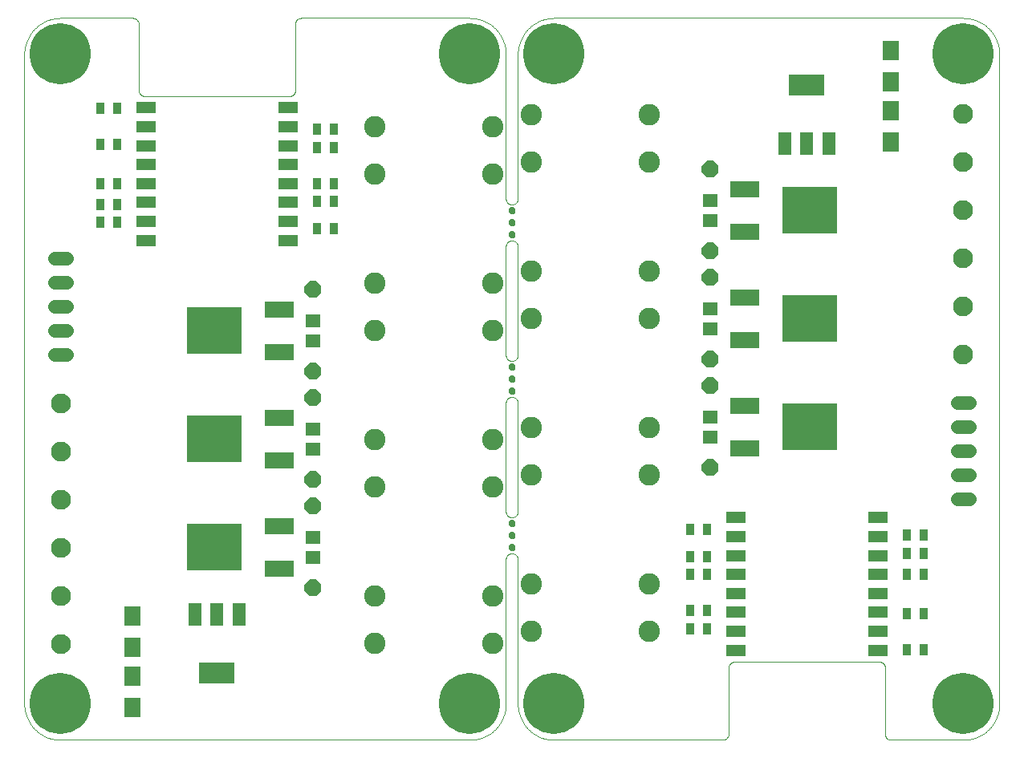
<source format=gts>
G75*
%MOIN*%
%OFA0B0*%
%FSLAX25Y25*%
%IPPOS*%
%LPD*%
%AMOC8*
5,1,8,0,0,1.08239X$1,22.5*
%
%ADD10C,0.00000*%
%ADD11C,0.02762*%
%ADD12R,0.06699X0.07880*%
%ADD13R,0.05200X0.09200*%
%ADD14R,0.14573X0.09061*%
%ADD15C,0.08274*%
%ADD16R,0.12211X0.06699*%
%ADD17R,0.22900X0.19400*%
%ADD18R,0.03550X0.05124*%
%ADD19OC8,0.07000*%
%ADD20R,0.06299X0.05512*%
%ADD21C,0.08900*%
%ADD22C,0.25400*%
%ADD23C,0.05600*%
%ADD24R,0.08274X0.05124*%
D10*
X0021300Y0021600D02*
X0021300Y0291600D01*
X0021304Y0291962D01*
X0021318Y0292325D01*
X0021339Y0292687D01*
X0021370Y0293048D01*
X0021409Y0293408D01*
X0021457Y0293767D01*
X0021514Y0294125D01*
X0021579Y0294482D01*
X0021653Y0294837D01*
X0021736Y0295190D01*
X0021827Y0295541D01*
X0021926Y0295889D01*
X0022034Y0296235D01*
X0022150Y0296579D01*
X0022275Y0296919D01*
X0022407Y0297256D01*
X0022548Y0297590D01*
X0022697Y0297921D01*
X0022854Y0298248D01*
X0023018Y0298571D01*
X0023190Y0298890D01*
X0023370Y0299204D01*
X0023558Y0299515D01*
X0023753Y0299820D01*
X0023955Y0300121D01*
X0024165Y0300417D01*
X0024381Y0300707D01*
X0024605Y0300993D01*
X0024835Y0301273D01*
X0025072Y0301547D01*
X0025316Y0301815D01*
X0025566Y0302078D01*
X0025822Y0302334D01*
X0026085Y0302584D01*
X0026353Y0302828D01*
X0026627Y0303065D01*
X0026907Y0303295D01*
X0027193Y0303519D01*
X0027483Y0303735D01*
X0027779Y0303945D01*
X0028080Y0304147D01*
X0028385Y0304342D01*
X0028696Y0304530D01*
X0029010Y0304710D01*
X0029329Y0304882D01*
X0029652Y0305046D01*
X0029979Y0305203D01*
X0030310Y0305352D01*
X0030644Y0305493D01*
X0030981Y0305625D01*
X0031321Y0305750D01*
X0031665Y0305866D01*
X0032011Y0305974D01*
X0032359Y0306073D01*
X0032710Y0306164D01*
X0033063Y0306247D01*
X0033418Y0306321D01*
X0033775Y0306386D01*
X0034133Y0306443D01*
X0034492Y0306491D01*
X0034852Y0306530D01*
X0035213Y0306561D01*
X0035575Y0306582D01*
X0035938Y0306596D01*
X0036300Y0306600D01*
X0066300Y0306600D01*
X0066398Y0306598D01*
X0066496Y0306592D01*
X0066594Y0306583D01*
X0066691Y0306569D01*
X0066788Y0306552D01*
X0066884Y0306531D01*
X0066979Y0306506D01*
X0067073Y0306478D01*
X0067165Y0306445D01*
X0067257Y0306410D01*
X0067347Y0306370D01*
X0067435Y0306328D01*
X0067522Y0306281D01*
X0067606Y0306232D01*
X0067689Y0306179D01*
X0067769Y0306123D01*
X0067848Y0306063D01*
X0067924Y0306001D01*
X0067997Y0305936D01*
X0068068Y0305868D01*
X0068136Y0305797D01*
X0068201Y0305724D01*
X0068263Y0305648D01*
X0068323Y0305569D01*
X0068379Y0305489D01*
X0068432Y0305406D01*
X0068481Y0305322D01*
X0068528Y0305235D01*
X0068570Y0305147D01*
X0068610Y0305057D01*
X0068645Y0304965D01*
X0068678Y0304873D01*
X0068706Y0304779D01*
X0068731Y0304684D01*
X0068752Y0304588D01*
X0068769Y0304491D01*
X0068783Y0304394D01*
X0068792Y0304296D01*
X0068798Y0304198D01*
X0068800Y0304100D01*
X0068800Y0276600D01*
X0068802Y0276502D01*
X0068808Y0276404D01*
X0068817Y0276306D01*
X0068831Y0276209D01*
X0068848Y0276112D01*
X0068869Y0276016D01*
X0068894Y0275921D01*
X0068922Y0275827D01*
X0068955Y0275735D01*
X0068990Y0275643D01*
X0069030Y0275553D01*
X0069072Y0275465D01*
X0069119Y0275378D01*
X0069168Y0275294D01*
X0069221Y0275211D01*
X0069277Y0275131D01*
X0069337Y0275052D01*
X0069399Y0274976D01*
X0069464Y0274903D01*
X0069532Y0274832D01*
X0069603Y0274764D01*
X0069676Y0274699D01*
X0069752Y0274637D01*
X0069831Y0274577D01*
X0069911Y0274521D01*
X0069994Y0274468D01*
X0070078Y0274419D01*
X0070165Y0274372D01*
X0070253Y0274330D01*
X0070343Y0274290D01*
X0070435Y0274255D01*
X0070527Y0274222D01*
X0070621Y0274194D01*
X0070716Y0274169D01*
X0070812Y0274148D01*
X0070909Y0274131D01*
X0071006Y0274117D01*
X0071104Y0274108D01*
X0071202Y0274102D01*
X0071300Y0274100D01*
X0131300Y0274100D01*
X0131398Y0274102D01*
X0131496Y0274108D01*
X0131594Y0274117D01*
X0131691Y0274131D01*
X0131788Y0274148D01*
X0131884Y0274169D01*
X0131979Y0274194D01*
X0132073Y0274222D01*
X0132165Y0274255D01*
X0132257Y0274290D01*
X0132347Y0274330D01*
X0132435Y0274372D01*
X0132522Y0274419D01*
X0132606Y0274468D01*
X0132689Y0274521D01*
X0132769Y0274577D01*
X0132848Y0274637D01*
X0132924Y0274699D01*
X0132997Y0274764D01*
X0133068Y0274832D01*
X0133136Y0274903D01*
X0133201Y0274976D01*
X0133263Y0275052D01*
X0133323Y0275131D01*
X0133379Y0275211D01*
X0133432Y0275294D01*
X0133481Y0275378D01*
X0133528Y0275465D01*
X0133570Y0275553D01*
X0133610Y0275643D01*
X0133645Y0275735D01*
X0133678Y0275827D01*
X0133706Y0275921D01*
X0133731Y0276016D01*
X0133752Y0276112D01*
X0133769Y0276209D01*
X0133783Y0276306D01*
X0133792Y0276404D01*
X0133798Y0276502D01*
X0133800Y0276600D01*
X0133800Y0304100D01*
X0133802Y0304198D01*
X0133808Y0304296D01*
X0133817Y0304394D01*
X0133831Y0304491D01*
X0133848Y0304588D01*
X0133869Y0304684D01*
X0133894Y0304779D01*
X0133922Y0304873D01*
X0133955Y0304965D01*
X0133990Y0305057D01*
X0134030Y0305147D01*
X0134072Y0305235D01*
X0134119Y0305322D01*
X0134168Y0305406D01*
X0134221Y0305489D01*
X0134277Y0305569D01*
X0134337Y0305648D01*
X0134399Y0305724D01*
X0134464Y0305797D01*
X0134532Y0305868D01*
X0134603Y0305936D01*
X0134676Y0306001D01*
X0134752Y0306063D01*
X0134831Y0306123D01*
X0134911Y0306179D01*
X0134994Y0306232D01*
X0135078Y0306281D01*
X0135165Y0306328D01*
X0135253Y0306370D01*
X0135343Y0306410D01*
X0135435Y0306445D01*
X0135527Y0306478D01*
X0135621Y0306506D01*
X0135716Y0306531D01*
X0135812Y0306552D01*
X0135909Y0306569D01*
X0136006Y0306583D01*
X0136104Y0306592D01*
X0136202Y0306598D01*
X0136300Y0306600D01*
X0206300Y0306600D01*
X0206662Y0306596D01*
X0207025Y0306582D01*
X0207387Y0306561D01*
X0207748Y0306530D01*
X0208108Y0306491D01*
X0208467Y0306443D01*
X0208825Y0306386D01*
X0209182Y0306321D01*
X0209537Y0306247D01*
X0209890Y0306164D01*
X0210241Y0306073D01*
X0210589Y0305974D01*
X0210935Y0305866D01*
X0211279Y0305750D01*
X0211619Y0305625D01*
X0211956Y0305493D01*
X0212290Y0305352D01*
X0212621Y0305203D01*
X0212948Y0305046D01*
X0213271Y0304882D01*
X0213590Y0304710D01*
X0213904Y0304530D01*
X0214215Y0304342D01*
X0214520Y0304147D01*
X0214821Y0303945D01*
X0215117Y0303735D01*
X0215407Y0303519D01*
X0215693Y0303295D01*
X0215973Y0303065D01*
X0216247Y0302828D01*
X0216515Y0302584D01*
X0216778Y0302334D01*
X0217034Y0302078D01*
X0217284Y0301815D01*
X0217528Y0301547D01*
X0217765Y0301273D01*
X0217995Y0300993D01*
X0218219Y0300707D01*
X0218435Y0300417D01*
X0218645Y0300121D01*
X0218847Y0299820D01*
X0219042Y0299515D01*
X0219230Y0299204D01*
X0219410Y0298890D01*
X0219582Y0298571D01*
X0219746Y0298248D01*
X0219903Y0297921D01*
X0220052Y0297590D01*
X0220193Y0297256D01*
X0220325Y0296919D01*
X0220450Y0296579D01*
X0220566Y0296235D01*
X0220674Y0295889D01*
X0220773Y0295541D01*
X0220864Y0295190D01*
X0220947Y0294837D01*
X0221021Y0294482D01*
X0221086Y0294125D01*
X0221143Y0293767D01*
X0221191Y0293408D01*
X0221230Y0293048D01*
X0221261Y0292687D01*
X0221282Y0292325D01*
X0221296Y0291962D01*
X0221300Y0291600D01*
X0221300Y0231600D01*
X0221302Y0231502D01*
X0221308Y0231404D01*
X0221317Y0231306D01*
X0221331Y0231209D01*
X0221348Y0231112D01*
X0221369Y0231016D01*
X0221394Y0230921D01*
X0221422Y0230827D01*
X0221455Y0230735D01*
X0221490Y0230643D01*
X0221530Y0230553D01*
X0221572Y0230465D01*
X0221619Y0230378D01*
X0221668Y0230294D01*
X0221721Y0230211D01*
X0221777Y0230131D01*
X0221837Y0230052D01*
X0221899Y0229976D01*
X0221964Y0229903D01*
X0222032Y0229832D01*
X0222103Y0229764D01*
X0222176Y0229699D01*
X0222252Y0229637D01*
X0222331Y0229577D01*
X0222411Y0229521D01*
X0222494Y0229468D01*
X0222578Y0229419D01*
X0222665Y0229372D01*
X0222753Y0229330D01*
X0222843Y0229290D01*
X0222935Y0229255D01*
X0223027Y0229222D01*
X0223121Y0229194D01*
X0223216Y0229169D01*
X0223312Y0229148D01*
X0223409Y0229131D01*
X0223506Y0229117D01*
X0223604Y0229108D01*
X0223702Y0229102D01*
X0223800Y0229100D01*
X0223898Y0229102D01*
X0223996Y0229108D01*
X0224094Y0229117D01*
X0224191Y0229131D01*
X0224288Y0229148D01*
X0224384Y0229169D01*
X0224479Y0229194D01*
X0224573Y0229222D01*
X0224665Y0229255D01*
X0224757Y0229290D01*
X0224847Y0229330D01*
X0224935Y0229372D01*
X0225022Y0229419D01*
X0225106Y0229468D01*
X0225189Y0229521D01*
X0225269Y0229577D01*
X0225348Y0229637D01*
X0225424Y0229699D01*
X0225497Y0229764D01*
X0225568Y0229832D01*
X0225636Y0229903D01*
X0225701Y0229976D01*
X0225763Y0230052D01*
X0225823Y0230131D01*
X0225879Y0230211D01*
X0225932Y0230294D01*
X0225981Y0230378D01*
X0226028Y0230465D01*
X0226070Y0230553D01*
X0226110Y0230643D01*
X0226145Y0230735D01*
X0226178Y0230827D01*
X0226206Y0230921D01*
X0226231Y0231016D01*
X0226252Y0231112D01*
X0226269Y0231209D01*
X0226283Y0231306D01*
X0226292Y0231404D01*
X0226298Y0231502D01*
X0226300Y0231600D01*
X0226300Y0291600D01*
X0226304Y0291962D01*
X0226318Y0292325D01*
X0226339Y0292687D01*
X0226370Y0293048D01*
X0226409Y0293408D01*
X0226457Y0293767D01*
X0226514Y0294125D01*
X0226579Y0294482D01*
X0226653Y0294837D01*
X0226736Y0295190D01*
X0226827Y0295541D01*
X0226926Y0295889D01*
X0227034Y0296235D01*
X0227150Y0296579D01*
X0227275Y0296919D01*
X0227407Y0297256D01*
X0227548Y0297590D01*
X0227697Y0297921D01*
X0227854Y0298248D01*
X0228018Y0298571D01*
X0228190Y0298890D01*
X0228370Y0299204D01*
X0228558Y0299515D01*
X0228753Y0299820D01*
X0228955Y0300121D01*
X0229165Y0300417D01*
X0229381Y0300707D01*
X0229605Y0300993D01*
X0229835Y0301273D01*
X0230072Y0301547D01*
X0230316Y0301815D01*
X0230566Y0302078D01*
X0230822Y0302334D01*
X0231085Y0302584D01*
X0231353Y0302828D01*
X0231627Y0303065D01*
X0231907Y0303295D01*
X0232193Y0303519D01*
X0232483Y0303735D01*
X0232779Y0303945D01*
X0233080Y0304147D01*
X0233385Y0304342D01*
X0233696Y0304530D01*
X0234010Y0304710D01*
X0234329Y0304882D01*
X0234652Y0305046D01*
X0234979Y0305203D01*
X0235310Y0305352D01*
X0235644Y0305493D01*
X0235981Y0305625D01*
X0236321Y0305750D01*
X0236665Y0305866D01*
X0237011Y0305974D01*
X0237359Y0306073D01*
X0237710Y0306164D01*
X0238063Y0306247D01*
X0238418Y0306321D01*
X0238775Y0306386D01*
X0239133Y0306443D01*
X0239492Y0306491D01*
X0239852Y0306530D01*
X0240213Y0306561D01*
X0240575Y0306582D01*
X0240938Y0306596D01*
X0241300Y0306600D01*
X0411300Y0306600D01*
X0411662Y0306596D01*
X0412025Y0306582D01*
X0412387Y0306561D01*
X0412748Y0306530D01*
X0413108Y0306491D01*
X0413467Y0306443D01*
X0413825Y0306386D01*
X0414182Y0306321D01*
X0414537Y0306247D01*
X0414890Y0306164D01*
X0415241Y0306073D01*
X0415589Y0305974D01*
X0415935Y0305866D01*
X0416279Y0305750D01*
X0416619Y0305625D01*
X0416956Y0305493D01*
X0417290Y0305352D01*
X0417621Y0305203D01*
X0417948Y0305046D01*
X0418271Y0304882D01*
X0418590Y0304710D01*
X0418904Y0304530D01*
X0419215Y0304342D01*
X0419520Y0304147D01*
X0419821Y0303945D01*
X0420117Y0303735D01*
X0420407Y0303519D01*
X0420693Y0303295D01*
X0420973Y0303065D01*
X0421247Y0302828D01*
X0421515Y0302584D01*
X0421778Y0302334D01*
X0422034Y0302078D01*
X0422284Y0301815D01*
X0422528Y0301547D01*
X0422765Y0301273D01*
X0422995Y0300993D01*
X0423219Y0300707D01*
X0423435Y0300417D01*
X0423645Y0300121D01*
X0423847Y0299820D01*
X0424042Y0299515D01*
X0424230Y0299204D01*
X0424410Y0298890D01*
X0424582Y0298571D01*
X0424746Y0298248D01*
X0424903Y0297921D01*
X0425052Y0297590D01*
X0425193Y0297256D01*
X0425325Y0296919D01*
X0425450Y0296579D01*
X0425566Y0296235D01*
X0425674Y0295889D01*
X0425773Y0295541D01*
X0425864Y0295190D01*
X0425947Y0294837D01*
X0426021Y0294482D01*
X0426086Y0294125D01*
X0426143Y0293767D01*
X0426191Y0293408D01*
X0426230Y0293048D01*
X0426261Y0292687D01*
X0426282Y0292325D01*
X0426296Y0291962D01*
X0426300Y0291600D01*
X0426300Y0021600D01*
X0426296Y0021238D01*
X0426282Y0020875D01*
X0426261Y0020513D01*
X0426230Y0020152D01*
X0426191Y0019792D01*
X0426143Y0019433D01*
X0426086Y0019075D01*
X0426021Y0018718D01*
X0425947Y0018363D01*
X0425864Y0018010D01*
X0425773Y0017659D01*
X0425674Y0017311D01*
X0425566Y0016965D01*
X0425450Y0016621D01*
X0425325Y0016281D01*
X0425193Y0015944D01*
X0425052Y0015610D01*
X0424903Y0015279D01*
X0424746Y0014952D01*
X0424582Y0014629D01*
X0424410Y0014310D01*
X0424230Y0013996D01*
X0424042Y0013685D01*
X0423847Y0013380D01*
X0423645Y0013079D01*
X0423435Y0012783D01*
X0423219Y0012493D01*
X0422995Y0012207D01*
X0422765Y0011927D01*
X0422528Y0011653D01*
X0422284Y0011385D01*
X0422034Y0011122D01*
X0421778Y0010866D01*
X0421515Y0010616D01*
X0421247Y0010372D01*
X0420973Y0010135D01*
X0420693Y0009905D01*
X0420407Y0009681D01*
X0420117Y0009465D01*
X0419821Y0009255D01*
X0419520Y0009053D01*
X0419215Y0008858D01*
X0418904Y0008670D01*
X0418590Y0008490D01*
X0418271Y0008318D01*
X0417948Y0008154D01*
X0417621Y0007997D01*
X0417290Y0007848D01*
X0416956Y0007707D01*
X0416619Y0007575D01*
X0416279Y0007450D01*
X0415935Y0007334D01*
X0415589Y0007226D01*
X0415241Y0007127D01*
X0414890Y0007036D01*
X0414537Y0006953D01*
X0414182Y0006879D01*
X0413825Y0006814D01*
X0413467Y0006757D01*
X0413108Y0006709D01*
X0412748Y0006670D01*
X0412387Y0006639D01*
X0412025Y0006618D01*
X0411662Y0006604D01*
X0411300Y0006600D01*
X0381300Y0006600D01*
X0381202Y0006602D01*
X0381104Y0006608D01*
X0381006Y0006617D01*
X0380909Y0006631D01*
X0380812Y0006648D01*
X0380716Y0006669D01*
X0380621Y0006694D01*
X0380527Y0006722D01*
X0380435Y0006755D01*
X0380343Y0006790D01*
X0380253Y0006830D01*
X0380165Y0006872D01*
X0380078Y0006919D01*
X0379994Y0006968D01*
X0379911Y0007021D01*
X0379831Y0007077D01*
X0379752Y0007137D01*
X0379676Y0007199D01*
X0379603Y0007264D01*
X0379532Y0007332D01*
X0379464Y0007403D01*
X0379399Y0007476D01*
X0379337Y0007552D01*
X0379277Y0007631D01*
X0379221Y0007711D01*
X0379168Y0007794D01*
X0379119Y0007878D01*
X0379072Y0007965D01*
X0379030Y0008053D01*
X0378990Y0008143D01*
X0378955Y0008235D01*
X0378922Y0008327D01*
X0378894Y0008421D01*
X0378869Y0008516D01*
X0378848Y0008612D01*
X0378831Y0008709D01*
X0378817Y0008806D01*
X0378808Y0008904D01*
X0378802Y0009002D01*
X0378800Y0009100D01*
X0378800Y0036600D01*
X0378798Y0036698D01*
X0378792Y0036796D01*
X0378783Y0036894D01*
X0378769Y0036991D01*
X0378752Y0037088D01*
X0378731Y0037184D01*
X0378706Y0037279D01*
X0378678Y0037373D01*
X0378645Y0037465D01*
X0378610Y0037557D01*
X0378570Y0037647D01*
X0378528Y0037735D01*
X0378481Y0037822D01*
X0378432Y0037906D01*
X0378379Y0037989D01*
X0378323Y0038069D01*
X0378263Y0038148D01*
X0378201Y0038224D01*
X0378136Y0038297D01*
X0378068Y0038368D01*
X0377997Y0038436D01*
X0377924Y0038501D01*
X0377848Y0038563D01*
X0377769Y0038623D01*
X0377689Y0038679D01*
X0377606Y0038732D01*
X0377522Y0038781D01*
X0377435Y0038828D01*
X0377347Y0038870D01*
X0377257Y0038910D01*
X0377165Y0038945D01*
X0377073Y0038978D01*
X0376979Y0039006D01*
X0376884Y0039031D01*
X0376788Y0039052D01*
X0376691Y0039069D01*
X0376594Y0039083D01*
X0376496Y0039092D01*
X0376398Y0039098D01*
X0376300Y0039100D01*
X0316300Y0039100D01*
X0316202Y0039098D01*
X0316104Y0039092D01*
X0316006Y0039083D01*
X0315909Y0039069D01*
X0315812Y0039052D01*
X0315716Y0039031D01*
X0315621Y0039006D01*
X0315527Y0038978D01*
X0315435Y0038945D01*
X0315343Y0038910D01*
X0315253Y0038870D01*
X0315165Y0038828D01*
X0315078Y0038781D01*
X0314994Y0038732D01*
X0314911Y0038679D01*
X0314831Y0038623D01*
X0314752Y0038563D01*
X0314676Y0038501D01*
X0314603Y0038436D01*
X0314532Y0038368D01*
X0314464Y0038297D01*
X0314399Y0038224D01*
X0314337Y0038148D01*
X0314277Y0038069D01*
X0314221Y0037989D01*
X0314168Y0037906D01*
X0314119Y0037822D01*
X0314072Y0037735D01*
X0314030Y0037647D01*
X0313990Y0037557D01*
X0313955Y0037465D01*
X0313922Y0037373D01*
X0313894Y0037279D01*
X0313869Y0037184D01*
X0313848Y0037088D01*
X0313831Y0036991D01*
X0313817Y0036894D01*
X0313808Y0036796D01*
X0313802Y0036698D01*
X0313800Y0036600D01*
X0313800Y0009100D01*
X0313798Y0009002D01*
X0313792Y0008904D01*
X0313783Y0008806D01*
X0313769Y0008709D01*
X0313752Y0008612D01*
X0313731Y0008516D01*
X0313706Y0008421D01*
X0313678Y0008327D01*
X0313645Y0008235D01*
X0313610Y0008143D01*
X0313570Y0008053D01*
X0313528Y0007965D01*
X0313481Y0007878D01*
X0313432Y0007794D01*
X0313379Y0007711D01*
X0313323Y0007631D01*
X0313263Y0007552D01*
X0313201Y0007476D01*
X0313136Y0007403D01*
X0313068Y0007332D01*
X0312997Y0007264D01*
X0312924Y0007199D01*
X0312848Y0007137D01*
X0312769Y0007077D01*
X0312689Y0007021D01*
X0312606Y0006968D01*
X0312522Y0006919D01*
X0312435Y0006872D01*
X0312347Y0006830D01*
X0312257Y0006790D01*
X0312165Y0006755D01*
X0312073Y0006722D01*
X0311979Y0006694D01*
X0311884Y0006669D01*
X0311788Y0006648D01*
X0311691Y0006631D01*
X0311594Y0006617D01*
X0311496Y0006608D01*
X0311398Y0006602D01*
X0311300Y0006600D01*
X0241300Y0006600D01*
X0240938Y0006604D01*
X0240575Y0006618D01*
X0240213Y0006639D01*
X0239852Y0006670D01*
X0239492Y0006709D01*
X0239133Y0006757D01*
X0238775Y0006814D01*
X0238418Y0006879D01*
X0238063Y0006953D01*
X0237710Y0007036D01*
X0237359Y0007127D01*
X0237011Y0007226D01*
X0236665Y0007334D01*
X0236321Y0007450D01*
X0235981Y0007575D01*
X0235644Y0007707D01*
X0235310Y0007848D01*
X0234979Y0007997D01*
X0234652Y0008154D01*
X0234329Y0008318D01*
X0234010Y0008490D01*
X0233696Y0008670D01*
X0233385Y0008858D01*
X0233080Y0009053D01*
X0232779Y0009255D01*
X0232483Y0009465D01*
X0232193Y0009681D01*
X0231907Y0009905D01*
X0231627Y0010135D01*
X0231353Y0010372D01*
X0231085Y0010616D01*
X0230822Y0010866D01*
X0230566Y0011122D01*
X0230316Y0011385D01*
X0230072Y0011653D01*
X0229835Y0011927D01*
X0229605Y0012207D01*
X0229381Y0012493D01*
X0229165Y0012783D01*
X0228955Y0013079D01*
X0228753Y0013380D01*
X0228558Y0013685D01*
X0228370Y0013996D01*
X0228190Y0014310D01*
X0228018Y0014629D01*
X0227854Y0014952D01*
X0227697Y0015279D01*
X0227548Y0015610D01*
X0227407Y0015944D01*
X0227275Y0016281D01*
X0227150Y0016621D01*
X0227034Y0016965D01*
X0226926Y0017311D01*
X0226827Y0017659D01*
X0226736Y0018010D01*
X0226653Y0018363D01*
X0226579Y0018718D01*
X0226514Y0019075D01*
X0226457Y0019433D01*
X0226409Y0019792D01*
X0226370Y0020152D01*
X0226339Y0020513D01*
X0226318Y0020875D01*
X0226304Y0021238D01*
X0226300Y0021600D01*
X0226300Y0081600D01*
X0226298Y0081698D01*
X0226292Y0081796D01*
X0226283Y0081894D01*
X0226269Y0081991D01*
X0226252Y0082088D01*
X0226231Y0082184D01*
X0226206Y0082279D01*
X0226178Y0082373D01*
X0226145Y0082465D01*
X0226110Y0082557D01*
X0226070Y0082647D01*
X0226028Y0082735D01*
X0225981Y0082822D01*
X0225932Y0082906D01*
X0225879Y0082989D01*
X0225823Y0083069D01*
X0225763Y0083148D01*
X0225701Y0083224D01*
X0225636Y0083297D01*
X0225568Y0083368D01*
X0225497Y0083436D01*
X0225424Y0083501D01*
X0225348Y0083563D01*
X0225269Y0083623D01*
X0225189Y0083679D01*
X0225106Y0083732D01*
X0225022Y0083781D01*
X0224935Y0083828D01*
X0224847Y0083870D01*
X0224757Y0083910D01*
X0224665Y0083945D01*
X0224573Y0083978D01*
X0224479Y0084006D01*
X0224384Y0084031D01*
X0224288Y0084052D01*
X0224191Y0084069D01*
X0224094Y0084083D01*
X0223996Y0084092D01*
X0223898Y0084098D01*
X0223800Y0084100D01*
X0223702Y0084098D01*
X0223604Y0084092D01*
X0223506Y0084083D01*
X0223409Y0084069D01*
X0223312Y0084052D01*
X0223216Y0084031D01*
X0223121Y0084006D01*
X0223027Y0083978D01*
X0222935Y0083945D01*
X0222843Y0083910D01*
X0222753Y0083870D01*
X0222665Y0083828D01*
X0222578Y0083781D01*
X0222494Y0083732D01*
X0222411Y0083679D01*
X0222331Y0083623D01*
X0222252Y0083563D01*
X0222176Y0083501D01*
X0222103Y0083436D01*
X0222032Y0083368D01*
X0221964Y0083297D01*
X0221899Y0083224D01*
X0221837Y0083148D01*
X0221777Y0083069D01*
X0221721Y0082989D01*
X0221668Y0082906D01*
X0221619Y0082822D01*
X0221572Y0082735D01*
X0221530Y0082647D01*
X0221490Y0082557D01*
X0221455Y0082465D01*
X0221422Y0082373D01*
X0221394Y0082279D01*
X0221369Y0082184D01*
X0221348Y0082088D01*
X0221331Y0081991D01*
X0221317Y0081894D01*
X0221308Y0081796D01*
X0221302Y0081698D01*
X0221300Y0081600D01*
X0221300Y0021600D01*
X0221296Y0021238D01*
X0221282Y0020875D01*
X0221261Y0020513D01*
X0221230Y0020152D01*
X0221191Y0019792D01*
X0221143Y0019433D01*
X0221086Y0019075D01*
X0221021Y0018718D01*
X0220947Y0018363D01*
X0220864Y0018010D01*
X0220773Y0017659D01*
X0220674Y0017311D01*
X0220566Y0016965D01*
X0220450Y0016621D01*
X0220325Y0016281D01*
X0220193Y0015944D01*
X0220052Y0015610D01*
X0219903Y0015279D01*
X0219746Y0014952D01*
X0219582Y0014629D01*
X0219410Y0014310D01*
X0219230Y0013996D01*
X0219042Y0013685D01*
X0218847Y0013380D01*
X0218645Y0013079D01*
X0218435Y0012783D01*
X0218219Y0012493D01*
X0217995Y0012207D01*
X0217765Y0011927D01*
X0217528Y0011653D01*
X0217284Y0011385D01*
X0217034Y0011122D01*
X0216778Y0010866D01*
X0216515Y0010616D01*
X0216247Y0010372D01*
X0215973Y0010135D01*
X0215693Y0009905D01*
X0215407Y0009681D01*
X0215117Y0009465D01*
X0214821Y0009255D01*
X0214520Y0009053D01*
X0214215Y0008858D01*
X0213904Y0008670D01*
X0213590Y0008490D01*
X0213271Y0008318D01*
X0212948Y0008154D01*
X0212621Y0007997D01*
X0212290Y0007848D01*
X0211956Y0007707D01*
X0211619Y0007575D01*
X0211279Y0007450D01*
X0210935Y0007334D01*
X0210589Y0007226D01*
X0210241Y0007127D01*
X0209890Y0007036D01*
X0209537Y0006953D01*
X0209182Y0006879D01*
X0208825Y0006814D01*
X0208467Y0006757D01*
X0208108Y0006709D01*
X0207748Y0006670D01*
X0207387Y0006639D01*
X0207025Y0006618D01*
X0206662Y0006604D01*
X0206300Y0006600D01*
X0036300Y0006600D01*
X0035938Y0006604D01*
X0035575Y0006618D01*
X0035213Y0006639D01*
X0034852Y0006670D01*
X0034492Y0006709D01*
X0034133Y0006757D01*
X0033775Y0006814D01*
X0033418Y0006879D01*
X0033063Y0006953D01*
X0032710Y0007036D01*
X0032359Y0007127D01*
X0032011Y0007226D01*
X0031665Y0007334D01*
X0031321Y0007450D01*
X0030981Y0007575D01*
X0030644Y0007707D01*
X0030310Y0007848D01*
X0029979Y0007997D01*
X0029652Y0008154D01*
X0029329Y0008318D01*
X0029010Y0008490D01*
X0028696Y0008670D01*
X0028385Y0008858D01*
X0028080Y0009053D01*
X0027779Y0009255D01*
X0027483Y0009465D01*
X0027193Y0009681D01*
X0026907Y0009905D01*
X0026627Y0010135D01*
X0026353Y0010372D01*
X0026085Y0010616D01*
X0025822Y0010866D01*
X0025566Y0011122D01*
X0025316Y0011385D01*
X0025072Y0011653D01*
X0024835Y0011927D01*
X0024605Y0012207D01*
X0024381Y0012493D01*
X0024165Y0012783D01*
X0023955Y0013079D01*
X0023753Y0013380D01*
X0023558Y0013685D01*
X0023370Y0013996D01*
X0023190Y0014310D01*
X0023018Y0014629D01*
X0022854Y0014952D01*
X0022697Y0015279D01*
X0022548Y0015610D01*
X0022407Y0015944D01*
X0022275Y0016281D01*
X0022150Y0016621D01*
X0022034Y0016965D01*
X0021926Y0017311D01*
X0021827Y0017659D01*
X0021736Y0018010D01*
X0021653Y0018363D01*
X0021579Y0018718D01*
X0021514Y0019075D01*
X0021457Y0019433D01*
X0021409Y0019792D01*
X0021370Y0020152D01*
X0021339Y0020513D01*
X0021318Y0020875D01*
X0021304Y0021238D01*
X0021300Y0021600D01*
X0221300Y0101600D02*
X0221300Y0146600D01*
X0221302Y0146698D01*
X0221308Y0146796D01*
X0221317Y0146894D01*
X0221331Y0146991D01*
X0221348Y0147088D01*
X0221369Y0147184D01*
X0221394Y0147279D01*
X0221422Y0147373D01*
X0221455Y0147465D01*
X0221490Y0147557D01*
X0221530Y0147647D01*
X0221572Y0147735D01*
X0221619Y0147822D01*
X0221668Y0147906D01*
X0221721Y0147989D01*
X0221777Y0148069D01*
X0221837Y0148148D01*
X0221899Y0148224D01*
X0221964Y0148297D01*
X0222032Y0148368D01*
X0222103Y0148436D01*
X0222176Y0148501D01*
X0222252Y0148563D01*
X0222331Y0148623D01*
X0222411Y0148679D01*
X0222494Y0148732D01*
X0222578Y0148781D01*
X0222665Y0148828D01*
X0222753Y0148870D01*
X0222843Y0148910D01*
X0222935Y0148945D01*
X0223027Y0148978D01*
X0223121Y0149006D01*
X0223216Y0149031D01*
X0223312Y0149052D01*
X0223409Y0149069D01*
X0223506Y0149083D01*
X0223604Y0149092D01*
X0223702Y0149098D01*
X0223800Y0149100D01*
X0223898Y0149098D01*
X0223996Y0149092D01*
X0224094Y0149083D01*
X0224191Y0149069D01*
X0224288Y0149052D01*
X0224384Y0149031D01*
X0224479Y0149006D01*
X0224573Y0148978D01*
X0224665Y0148945D01*
X0224757Y0148910D01*
X0224847Y0148870D01*
X0224935Y0148828D01*
X0225022Y0148781D01*
X0225106Y0148732D01*
X0225189Y0148679D01*
X0225269Y0148623D01*
X0225348Y0148563D01*
X0225424Y0148501D01*
X0225497Y0148436D01*
X0225568Y0148368D01*
X0225636Y0148297D01*
X0225701Y0148224D01*
X0225763Y0148148D01*
X0225823Y0148069D01*
X0225879Y0147989D01*
X0225932Y0147906D01*
X0225981Y0147822D01*
X0226028Y0147735D01*
X0226070Y0147647D01*
X0226110Y0147557D01*
X0226145Y0147465D01*
X0226178Y0147373D01*
X0226206Y0147279D01*
X0226231Y0147184D01*
X0226252Y0147088D01*
X0226269Y0146991D01*
X0226283Y0146894D01*
X0226292Y0146796D01*
X0226298Y0146698D01*
X0226300Y0146600D01*
X0226300Y0101600D01*
X0226298Y0101502D01*
X0226292Y0101404D01*
X0226283Y0101306D01*
X0226269Y0101209D01*
X0226252Y0101112D01*
X0226231Y0101016D01*
X0226206Y0100921D01*
X0226178Y0100827D01*
X0226145Y0100735D01*
X0226110Y0100643D01*
X0226070Y0100553D01*
X0226028Y0100465D01*
X0225981Y0100378D01*
X0225932Y0100294D01*
X0225879Y0100211D01*
X0225823Y0100131D01*
X0225763Y0100052D01*
X0225701Y0099976D01*
X0225636Y0099903D01*
X0225568Y0099832D01*
X0225497Y0099764D01*
X0225424Y0099699D01*
X0225348Y0099637D01*
X0225269Y0099577D01*
X0225189Y0099521D01*
X0225106Y0099468D01*
X0225022Y0099419D01*
X0224935Y0099372D01*
X0224847Y0099330D01*
X0224757Y0099290D01*
X0224665Y0099255D01*
X0224573Y0099222D01*
X0224479Y0099194D01*
X0224384Y0099169D01*
X0224288Y0099148D01*
X0224191Y0099131D01*
X0224094Y0099117D01*
X0223996Y0099108D01*
X0223898Y0099102D01*
X0223800Y0099100D01*
X0223702Y0099102D01*
X0223604Y0099108D01*
X0223506Y0099117D01*
X0223409Y0099131D01*
X0223312Y0099148D01*
X0223216Y0099169D01*
X0223121Y0099194D01*
X0223027Y0099222D01*
X0222935Y0099255D01*
X0222843Y0099290D01*
X0222753Y0099330D01*
X0222665Y0099372D01*
X0222578Y0099419D01*
X0222494Y0099468D01*
X0222411Y0099521D01*
X0222331Y0099577D01*
X0222252Y0099637D01*
X0222176Y0099699D01*
X0222103Y0099764D01*
X0222032Y0099832D01*
X0221964Y0099903D01*
X0221899Y0099976D01*
X0221837Y0100052D01*
X0221777Y0100131D01*
X0221721Y0100211D01*
X0221668Y0100294D01*
X0221619Y0100378D01*
X0221572Y0100465D01*
X0221530Y0100553D01*
X0221490Y0100643D01*
X0221455Y0100735D01*
X0221422Y0100827D01*
X0221394Y0100921D01*
X0221369Y0101016D01*
X0221348Y0101112D01*
X0221331Y0101209D01*
X0221317Y0101306D01*
X0221308Y0101404D01*
X0221302Y0101502D01*
X0221300Y0101600D01*
X0222619Y0096600D02*
X0222621Y0096669D01*
X0222627Y0096737D01*
X0222637Y0096805D01*
X0222651Y0096872D01*
X0222669Y0096939D01*
X0222690Y0097004D01*
X0222716Y0097068D01*
X0222745Y0097130D01*
X0222777Y0097190D01*
X0222813Y0097249D01*
X0222853Y0097305D01*
X0222895Y0097359D01*
X0222941Y0097410D01*
X0222990Y0097459D01*
X0223041Y0097505D01*
X0223095Y0097547D01*
X0223151Y0097587D01*
X0223209Y0097623D01*
X0223270Y0097655D01*
X0223332Y0097684D01*
X0223396Y0097710D01*
X0223461Y0097731D01*
X0223528Y0097749D01*
X0223595Y0097763D01*
X0223663Y0097773D01*
X0223731Y0097779D01*
X0223800Y0097781D01*
X0223869Y0097779D01*
X0223937Y0097773D01*
X0224005Y0097763D01*
X0224072Y0097749D01*
X0224139Y0097731D01*
X0224204Y0097710D01*
X0224268Y0097684D01*
X0224330Y0097655D01*
X0224390Y0097623D01*
X0224449Y0097587D01*
X0224505Y0097547D01*
X0224559Y0097505D01*
X0224610Y0097459D01*
X0224659Y0097410D01*
X0224705Y0097359D01*
X0224747Y0097305D01*
X0224787Y0097249D01*
X0224823Y0097190D01*
X0224855Y0097130D01*
X0224884Y0097068D01*
X0224910Y0097004D01*
X0224931Y0096939D01*
X0224949Y0096872D01*
X0224963Y0096805D01*
X0224973Y0096737D01*
X0224979Y0096669D01*
X0224981Y0096600D01*
X0224979Y0096531D01*
X0224973Y0096463D01*
X0224963Y0096395D01*
X0224949Y0096328D01*
X0224931Y0096261D01*
X0224910Y0096196D01*
X0224884Y0096132D01*
X0224855Y0096070D01*
X0224823Y0096009D01*
X0224787Y0095951D01*
X0224747Y0095895D01*
X0224705Y0095841D01*
X0224659Y0095790D01*
X0224610Y0095741D01*
X0224559Y0095695D01*
X0224505Y0095653D01*
X0224449Y0095613D01*
X0224391Y0095577D01*
X0224330Y0095545D01*
X0224268Y0095516D01*
X0224204Y0095490D01*
X0224139Y0095469D01*
X0224072Y0095451D01*
X0224005Y0095437D01*
X0223937Y0095427D01*
X0223869Y0095421D01*
X0223800Y0095419D01*
X0223731Y0095421D01*
X0223663Y0095427D01*
X0223595Y0095437D01*
X0223528Y0095451D01*
X0223461Y0095469D01*
X0223396Y0095490D01*
X0223332Y0095516D01*
X0223270Y0095545D01*
X0223209Y0095577D01*
X0223151Y0095613D01*
X0223095Y0095653D01*
X0223041Y0095695D01*
X0222990Y0095741D01*
X0222941Y0095790D01*
X0222895Y0095841D01*
X0222853Y0095895D01*
X0222813Y0095951D01*
X0222777Y0096009D01*
X0222745Y0096070D01*
X0222716Y0096132D01*
X0222690Y0096196D01*
X0222669Y0096261D01*
X0222651Y0096328D01*
X0222637Y0096395D01*
X0222627Y0096463D01*
X0222621Y0096531D01*
X0222619Y0096600D01*
X0222619Y0091600D02*
X0222621Y0091669D01*
X0222627Y0091737D01*
X0222637Y0091805D01*
X0222651Y0091872D01*
X0222669Y0091939D01*
X0222690Y0092004D01*
X0222716Y0092068D01*
X0222745Y0092130D01*
X0222777Y0092190D01*
X0222813Y0092249D01*
X0222853Y0092305D01*
X0222895Y0092359D01*
X0222941Y0092410D01*
X0222990Y0092459D01*
X0223041Y0092505D01*
X0223095Y0092547D01*
X0223151Y0092587D01*
X0223209Y0092623D01*
X0223270Y0092655D01*
X0223332Y0092684D01*
X0223396Y0092710D01*
X0223461Y0092731D01*
X0223528Y0092749D01*
X0223595Y0092763D01*
X0223663Y0092773D01*
X0223731Y0092779D01*
X0223800Y0092781D01*
X0223869Y0092779D01*
X0223937Y0092773D01*
X0224005Y0092763D01*
X0224072Y0092749D01*
X0224139Y0092731D01*
X0224204Y0092710D01*
X0224268Y0092684D01*
X0224330Y0092655D01*
X0224390Y0092623D01*
X0224449Y0092587D01*
X0224505Y0092547D01*
X0224559Y0092505D01*
X0224610Y0092459D01*
X0224659Y0092410D01*
X0224705Y0092359D01*
X0224747Y0092305D01*
X0224787Y0092249D01*
X0224823Y0092190D01*
X0224855Y0092130D01*
X0224884Y0092068D01*
X0224910Y0092004D01*
X0224931Y0091939D01*
X0224949Y0091872D01*
X0224963Y0091805D01*
X0224973Y0091737D01*
X0224979Y0091669D01*
X0224981Y0091600D01*
X0224979Y0091531D01*
X0224973Y0091463D01*
X0224963Y0091395D01*
X0224949Y0091328D01*
X0224931Y0091261D01*
X0224910Y0091196D01*
X0224884Y0091132D01*
X0224855Y0091070D01*
X0224823Y0091009D01*
X0224787Y0090951D01*
X0224747Y0090895D01*
X0224705Y0090841D01*
X0224659Y0090790D01*
X0224610Y0090741D01*
X0224559Y0090695D01*
X0224505Y0090653D01*
X0224449Y0090613D01*
X0224391Y0090577D01*
X0224330Y0090545D01*
X0224268Y0090516D01*
X0224204Y0090490D01*
X0224139Y0090469D01*
X0224072Y0090451D01*
X0224005Y0090437D01*
X0223937Y0090427D01*
X0223869Y0090421D01*
X0223800Y0090419D01*
X0223731Y0090421D01*
X0223663Y0090427D01*
X0223595Y0090437D01*
X0223528Y0090451D01*
X0223461Y0090469D01*
X0223396Y0090490D01*
X0223332Y0090516D01*
X0223270Y0090545D01*
X0223209Y0090577D01*
X0223151Y0090613D01*
X0223095Y0090653D01*
X0223041Y0090695D01*
X0222990Y0090741D01*
X0222941Y0090790D01*
X0222895Y0090841D01*
X0222853Y0090895D01*
X0222813Y0090951D01*
X0222777Y0091009D01*
X0222745Y0091070D01*
X0222716Y0091132D01*
X0222690Y0091196D01*
X0222669Y0091261D01*
X0222651Y0091328D01*
X0222637Y0091395D01*
X0222627Y0091463D01*
X0222621Y0091531D01*
X0222619Y0091600D01*
X0222619Y0086600D02*
X0222621Y0086669D01*
X0222627Y0086737D01*
X0222637Y0086805D01*
X0222651Y0086872D01*
X0222669Y0086939D01*
X0222690Y0087004D01*
X0222716Y0087068D01*
X0222745Y0087130D01*
X0222777Y0087190D01*
X0222813Y0087249D01*
X0222853Y0087305D01*
X0222895Y0087359D01*
X0222941Y0087410D01*
X0222990Y0087459D01*
X0223041Y0087505D01*
X0223095Y0087547D01*
X0223151Y0087587D01*
X0223209Y0087623D01*
X0223270Y0087655D01*
X0223332Y0087684D01*
X0223396Y0087710D01*
X0223461Y0087731D01*
X0223528Y0087749D01*
X0223595Y0087763D01*
X0223663Y0087773D01*
X0223731Y0087779D01*
X0223800Y0087781D01*
X0223869Y0087779D01*
X0223937Y0087773D01*
X0224005Y0087763D01*
X0224072Y0087749D01*
X0224139Y0087731D01*
X0224204Y0087710D01*
X0224268Y0087684D01*
X0224330Y0087655D01*
X0224390Y0087623D01*
X0224449Y0087587D01*
X0224505Y0087547D01*
X0224559Y0087505D01*
X0224610Y0087459D01*
X0224659Y0087410D01*
X0224705Y0087359D01*
X0224747Y0087305D01*
X0224787Y0087249D01*
X0224823Y0087190D01*
X0224855Y0087130D01*
X0224884Y0087068D01*
X0224910Y0087004D01*
X0224931Y0086939D01*
X0224949Y0086872D01*
X0224963Y0086805D01*
X0224973Y0086737D01*
X0224979Y0086669D01*
X0224981Y0086600D01*
X0224979Y0086531D01*
X0224973Y0086463D01*
X0224963Y0086395D01*
X0224949Y0086328D01*
X0224931Y0086261D01*
X0224910Y0086196D01*
X0224884Y0086132D01*
X0224855Y0086070D01*
X0224823Y0086009D01*
X0224787Y0085951D01*
X0224747Y0085895D01*
X0224705Y0085841D01*
X0224659Y0085790D01*
X0224610Y0085741D01*
X0224559Y0085695D01*
X0224505Y0085653D01*
X0224449Y0085613D01*
X0224391Y0085577D01*
X0224330Y0085545D01*
X0224268Y0085516D01*
X0224204Y0085490D01*
X0224139Y0085469D01*
X0224072Y0085451D01*
X0224005Y0085437D01*
X0223937Y0085427D01*
X0223869Y0085421D01*
X0223800Y0085419D01*
X0223731Y0085421D01*
X0223663Y0085427D01*
X0223595Y0085437D01*
X0223528Y0085451D01*
X0223461Y0085469D01*
X0223396Y0085490D01*
X0223332Y0085516D01*
X0223270Y0085545D01*
X0223209Y0085577D01*
X0223151Y0085613D01*
X0223095Y0085653D01*
X0223041Y0085695D01*
X0222990Y0085741D01*
X0222941Y0085790D01*
X0222895Y0085841D01*
X0222853Y0085895D01*
X0222813Y0085951D01*
X0222777Y0086009D01*
X0222745Y0086070D01*
X0222716Y0086132D01*
X0222690Y0086196D01*
X0222669Y0086261D01*
X0222651Y0086328D01*
X0222637Y0086395D01*
X0222627Y0086463D01*
X0222621Y0086531D01*
X0222619Y0086600D01*
X0222619Y0151600D02*
X0222621Y0151669D01*
X0222627Y0151737D01*
X0222637Y0151805D01*
X0222651Y0151872D01*
X0222669Y0151939D01*
X0222690Y0152004D01*
X0222716Y0152068D01*
X0222745Y0152130D01*
X0222777Y0152190D01*
X0222813Y0152249D01*
X0222853Y0152305D01*
X0222895Y0152359D01*
X0222941Y0152410D01*
X0222990Y0152459D01*
X0223041Y0152505D01*
X0223095Y0152547D01*
X0223151Y0152587D01*
X0223209Y0152623D01*
X0223270Y0152655D01*
X0223332Y0152684D01*
X0223396Y0152710D01*
X0223461Y0152731D01*
X0223528Y0152749D01*
X0223595Y0152763D01*
X0223663Y0152773D01*
X0223731Y0152779D01*
X0223800Y0152781D01*
X0223869Y0152779D01*
X0223937Y0152773D01*
X0224005Y0152763D01*
X0224072Y0152749D01*
X0224139Y0152731D01*
X0224204Y0152710D01*
X0224268Y0152684D01*
X0224330Y0152655D01*
X0224390Y0152623D01*
X0224449Y0152587D01*
X0224505Y0152547D01*
X0224559Y0152505D01*
X0224610Y0152459D01*
X0224659Y0152410D01*
X0224705Y0152359D01*
X0224747Y0152305D01*
X0224787Y0152249D01*
X0224823Y0152190D01*
X0224855Y0152130D01*
X0224884Y0152068D01*
X0224910Y0152004D01*
X0224931Y0151939D01*
X0224949Y0151872D01*
X0224963Y0151805D01*
X0224973Y0151737D01*
X0224979Y0151669D01*
X0224981Y0151600D01*
X0224979Y0151531D01*
X0224973Y0151463D01*
X0224963Y0151395D01*
X0224949Y0151328D01*
X0224931Y0151261D01*
X0224910Y0151196D01*
X0224884Y0151132D01*
X0224855Y0151070D01*
X0224823Y0151009D01*
X0224787Y0150951D01*
X0224747Y0150895D01*
X0224705Y0150841D01*
X0224659Y0150790D01*
X0224610Y0150741D01*
X0224559Y0150695D01*
X0224505Y0150653D01*
X0224449Y0150613D01*
X0224391Y0150577D01*
X0224330Y0150545D01*
X0224268Y0150516D01*
X0224204Y0150490D01*
X0224139Y0150469D01*
X0224072Y0150451D01*
X0224005Y0150437D01*
X0223937Y0150427D01*
X0223869Y0150421D01*
X0223800Y0150419D01*
X0223731Y0150421D01*
X0223663Y0150427D01*
X0223595Y0150437D01*
X0223528Y0150451D01*
X0223461Y0150469D01*
X0223396Y0150490D01*
X0223332Y0150516D01*
X0223270Y0150545D01*
X0223209Y0150577D01*
X0223151Y0150613D01*
X0223095Y0150653D01*
X0223041Y0150695D01*
X0222990Y0150741D01*
X0222941Y0150790D01*
X0222895Y0150841D01*
X0222853Y0150895D01*
X0222813Y0150951D01*
X0222777Y0151009D01*
X0222745Y0151070D01*
X0222716Y0151132D01*
X0222690Y0151196D01*
X0222669Y0151261D01*
X0222651Y0151328D01*
X0222637Y0151395D01*
X0222627Y0151463D01*
X0222621Y0151531D01*
X0222619Y0151600D01*
X0222619Y0156600D02*
X0222621Y0156669D01*
X0222627Y0156737D01*
X0222637Y0156805D01*
X0222651Y0156872D01*
X0222669Y0156939D01*
X0222690Y0157004D01*
X0222716Y0157068D01*
X0222745Y0157130D01*
X0222777Y0157190D01*
X0222813Y0157249D01*
X0222853Y0157305D01*
X0222895Y0157359D01*
X0222941Y0157410D01*
X0222990Y0157459D01*
X0223041Y0157505D01*
X0223095Y0157547D01*
X0223151Y0157587D01*
X0223209Y0157623D01*
X0223270Y0157655D01*
X0223332Y0157684D01*
X0223396Y0157710D01*
X0223461Y0157731D01*
X0223528Y0157749D01*
X0223595Y0157763D01*
X0223663Y0157773D01*
X0223731Y0157779D01*
X0223800Y0157781D01*
X0223869Y0157779D01*
X0223937Y0157773D01*
X0224005Y0157763D01*
X0224072Y0157749D01*
X0224139Y0157731D01*
X0224204Y0157710D01*
X0224268Y0157684D01*
X0224330Y0157655D01*
X0224390Y0157623D01*
X0224449Y0157587D01*
X0224505Y0157547D01*
X0224559Y0157505D01*
X0224610Y0157459D01*
X0224659Y0157410D01*
X0224705Y0157359D01*
X0224747Y0157305D01*
X0224787Y0157249D01*
X0224823Y0157190D01*
X0224855Y0157130D01*
X0224884Y0157068D01*
X0224910Y0157004D01*
X0224931Y0156939D01*
X0224949Y0156872D01*
X0224963Y0156805D01*
X0224973Y0156737D01*
X0224979Y0156669D01*
X0224981Y0156600D01*
X0224979Y0156531D01*
X0224973Y0156463D01*
X0224963Y0156395D01*
X0224949Y0156328D01*
X0224931Y0156261D01*
X0224910Y0156196D01*
X0224884Y0156132D01*
X0224855Y0156070D01*
X0224823Y0156009D01*
X0224787Y0155951D01*
X0224747Y0155895D01*
X0224705Y0155841D01*
X0224659Y0155790D01*
X0224610Y0155741D01*
X0224559Y0155695D01*
X0224505Y0155653D01*
X0224449Y0155613D01*
X0224391Y0155577D01*
X0224330Y0155545D01*
X0224268Y0155516D01*
X0224204Y0155490D01*
X0224139Y0155469D01*
X0224072Y0155451D01*
X0224005Y0155437D01*
X0223937Y0155427D01*
X0223869Y0155421D01*
X0223800Y0155419D01*
X0223731Y0155421D01*
X0223663Y0155427D01*
X0223595Y0155437D01*
X0223528Y0155451D01*
X0223461Y0155469D01*
X0223396Y0155490D01*
X0223332Y0155516D01*
X0223270Y0155545D01*
X0223209Y0155577D01*
X0223151Y0155613D01*
X0223095Y0155653D01*
X0223041Y0155695D01*
X0222990Y0155741D01*
X0222941Y0155790D01*
X0222895Y0155841D01*
X0222853Y0155895D01*
X0222813Y0155951D01*
X0222777Y0156009D01*
X0222745Y0156070D01*
X0222716Y0156132D01*
X0222690Y0156196D01*
X0222669Y0156261D01*
X0222651Y0156328D01*
X0222637Y0156395D01*
X0222627Y0156463D01*
X0222621Y0156531D01*
X0222619Y0156600D01*
X0222619Y0161600D02*
X0222621Y0161669D01*
X0222627Y0161737D01*
X0222637Y0161805D01*
X0222651Y0161872D01*
X0222669Y0161939D01*
X0222690Y0162004D01*
X0222716Y0162068D01*
X0222745Y0162130D01*
X0222777Y0162190D01*
X0222813Y0162249D01*
X0222853Y0162305D01*
X0222895Y0162359D01*
X0222941Y0162410D01*
X0222990Y0162459D01*
X0223041Y0162505D01*
X0223095Y0162547D01*
X0223151Y0162587D01*
X0223209Y0162623D01*
X0223270Y0162655D01*
X0223332Y0162684D01*
X0223396Y0162710D01*
X0223461Y0162731D01*
X0223528Y0162749D01*
X0223595Y0162763D01*
X0223663Y0162773D01*
X0223731Y0162779D01*
X0223800Y0162781D01*
X0223869Y0162779D01*
X0223937Y0162773D01*
X0224005Y0162763D01*
X0224072Y0162749D01*
X0224139Y0162731D01*
X0224204Y0162710D01*
X0224268Y0162684D01*
X0224330Y0162655D01*
X0224390Y0162623D01*
X0224449Y0162587D01*
X0224505Y0162547D01*
X0224559Y0162505D01*
X0224610Y0162459D01*
X0224659Y0162410D01*
X0224705Y0162359D01*
X0224747Y0162305D01*
X0224787Y0162249D01*
X0224823Y0162190D01*
X0224855Y0162130D01*
X0224884Y0162068D01*
X0224910Y0162004D01*
X0224931Y0161939D01*
X0224949Y0161872D01*
X0224963Y0161805D01*
X0224973Y0161737D01*
X0224979Y0161669D01*
X0224981Y0161600D01*
X0224979Y0161531D01*
X0224973Y0161463D01*
X0224963Y0161395D01*
X0224949Y0161328D01*
X0224931Y0161261D01*
X0224910Y0161196D01*
X0224884Y0161132D01*
X0224855Y0161070D01*
X0224823Y0161009D01*
X0224787Y0160951D01*
X0224747Y0160895D01*
X0224705Y0160841D01*
X0224659Y0160790D01*
X0224610Y0160741D01*
X0224559Y0160695D01*
X0224505Y0160653D01*
X0224449Y0160613D01*
X0224391Y0160577D01*
X0224330Y0160545D01*
X0224268Y0160516D01*
X0224204Y0160490D01*
X0224139Y0160469D01*
X0224072Y0160451D01*
X0224005Y0160437D01*
X0223937Y0160427D01*
X0223869Y0160421D01*
X0223800Y0160419D01*
X0223731Y0160421D01*
X0223663Y0160427D01*
X0223595Y0160437D01*
X0223528Y0160451D01*
X0223461Y0160469D01*
X0223396Y0160490D01*
X0223332Y0160516D01*
X0223270Y0160545D01*
X0223209Y0160577D01*
X0223151Y0160613D01*
X0223095Y0160653D01*
X0223041Y0160695D01*
X0222990Y0160741D01*
X0222941Y0160790D01*
X0222895Y0160841D01*
X0222853Y0160895D01*
X0222813Y0160951D01*
X0222777Y0161009D01*
X0222745Y0161070D01*
X0222716Y0161132D01*
X0222690Y0161196D01*
X0222669Y0161261D01*
X0222651Y0161328D01*
X0222637Y0161395D01*
X0222627Y0161463D01*
X0222621Y0161531D01*
X0222619Y0161600D01*
X0221300Y0166600D02*
X0221302Y0166502D01*
X0221308Y0166404D01*
X0221317Y0166306D01*
X0221331Y0166209D01*
X0221348Y0166112D01*
X0221369Y0166016D01*
X0221394Y0165921D01*
X0221422Y0165827D01*
X0221455Y0165735D01*
X0221490Y0165643D01*
X0221530Y0165553D01*
X0221572Y0165465D01*
X0221619Y0165378D01*
X0221668Y0165294D01*
X0221721Y0165211D01*
X0221777Y0165131D01*
X0221837Y0165052D01*
X0221899Y0164976D01*
X0221964Y0164903D01*
X0222032Y0164832D01*
X0222103Y0164764D01*
X0222176Y0164699D01*
X0222252Y0164637D01*
X0222331Y0164577D01*
X0222411Y0164521D01*
X0222494Y0164468D01*
X0222578Y0164419D01*
X0222665Y0164372D01*
X0222753Y0164330D01*
X0222843Y0164290D01*
X0222935Y0164255D01*
X0223027Y0164222D01*
X0223121Y0164194D01*
X0223216Y0164169D01*
X0223312Y0164148D01*
X0223409Y0164131D01*
X0223506Y0164117D01*
X0223604Y0164108D01*
X0223702Y0164102D01*
X0223800Y0164100D01*
X0223898Y0164102D01*
X0223996Y0164108D01*
X0224094Y0164117D01*
X0224191Y0164131D01*
X0224288Y0164148D01*
X0224384Y0164169D01*
X0224479Y0164194D01*
X0224573Y0164222D01*
X0224665Y0164255D01*
X0224757Y0164290D01*
X0224847Y0164330D01*
X0224935Y0164372D01*
X0225022Y0164419D01*
X0225106Y0164468D01*
X0225189Y0164521D01*
X0225269Y0164577D01*
X0225348Y0164637D01*
X0225424Y0164699D01*
X0225497Y0164764D01*
X0225568Y0164832D01*
X0225636Y0164903D01*
X0225701Y0164976D01*
X0225763Y0165052D01*
X0225823Y0165131D01*
X0225879Y0165211D01*
X0225932Y0165294D01*
X0225981Y0165378D01*
X0226028Y0165465D01*
X0226070Y0165553D01*
X0226110Y0165643D01*
X0226145Y0165735D01*
X0226178Y0165827D01*
X0226206Y0165921D01*
X0226231Y0166016D01*
X0226252Y0166112D01*
X0226269Y0166209D01*
X0226283Y0166306D01*
X0226292Y0166404D01*
X0226298Y0166502D01*
X0226300Y0166600D01*
X0226300Y0211600D01*
X0226298Y0211698D01*
X0226292Y0211796D01*
X0226283Y0211894D01*
X0226269Y0211991D01*
X0226252Y0212088D01*
X0226231Y0212184D01*
X0226206Y0212279D01*
X0226178Y0212373D01*
X0226145Y0212465D01*
X0226110Y0212557D01*
X0226070Y0212647D01*
X0226028Y0212735D01*
X0225981Y0212822D01*
X0225932Y0212906D01*
X0225879Y0212989D01*
X0225823Y0213069D01*
X0225763Y0213148D01*
X0225701Y0213224D01*
X0225636Y0213297D01*
X0225568Y0213368D01*
X0225497Y0213436D01*
X0225424Y0213501D01*
X0225348Y0213563D01*
X0225269Y0213623D01*
X0225189Y0213679D01*
X0225106Y0213732D01*
X0225022Y0213781D01*
X0224935Y0213828D01*
X0224847Y0213870D01*
X0224757Y0213910D01*
X0224665Y0213945D01*
X0224573Y0213978D01*
X0224479Y0214006D01*
X0224384Y0214031D01*
X0224288Y0214052D01*
X0224191Y0214069D01*
X0224094Y0214083D01*
X0223996Y0214092D01*
X0223898Y0214098D01*
X0223800Y0214100D01*
X0223702Y0214098D01*
X0223604Y0214092D01*
X0223506Y0214083D01*
X0223409Y0214069D01*
X0223312Y0214052D01*
X0223216Y0214031D01*
X0223121Y0214006D01*
X0223027Y0213978D01*
X0222935Y0213945D01*
X0222843Y0213910D01*
X0222753Y0213870D01*
X0222665Y0213828D01*
X0222578Y0213781D01*
X0222494Y0213732D01*
X0222411Y0213679D01*
X0222331Y0213623D01*
X0222252Y0213563D01*
X0222176Y0213501D01*
X0222103Y0213436D01*
X0222032Y0213368D01*
X0221964Y0213297D01*
X0221899Y0213224D01*
X0221837Y0213148D01*
X0221777Y0213069D01*
X0221721Y0212989D01*
X0221668Y0212906D01*
X0221619Y0212822D01*
X0221572Y0212735D01*
X0221530Y0212647D01*
X0221490Y0212557D01*
X0221455Y0212465D01*
X0221422Y0212373D01*
X0221394Y0212279D01*
X0221369Y0212184D01*
X0221348Y0212088D01*
X0221331Y0211991D01*
X0221317Y0211894D01*
X0221308Y0211796D01*
X0221302Y0211698D01*
X0221300Y0211600D01*
X0221300Y0166600D01*
X0222619Y0216600D02*
X0222621Y0216669D01*
X0222627Y0216737D01*
X0222637Y0216805D01*
X0222651Y0216872D01*
X0222669Y0216939D01*
X0222690Y0217004D01*
X0222716Y0217068D01*
X0222745Y0217130D01*
X0222777Y0217190D01*
X0222813Y0217249D01*
X0222853Y0217305D01*
X0222895Y0217359D01*
X0222941Y0217410D01*
X0222990Y0217459D01*
X0223041Y0217505D01*
X0223095Y0217547D01*
X0223151Y0217587D01*
X0223209Y0217623D01*
X0223270Y0217655D01*
X0223332Y0217684D01*
X0223396Y0217710D01*
X0223461Y0217731D01*
X0223528Y0217749D01*
X0223595Y0217763D01*
X0223663Y0217773D01*
X0223731Y0217779D01*
X0223800Y0217781D01*
X0223869Y0217779D01*
X0223937Y0217773D01*
X0224005Y0217763D01*
X0224072Y0217749D01*
X0224139Y0217731D01*
X0224204Y0217710D01*
X0224268Y0217684D01*
X0224330Y0217655D01*
X0224390Y0217623D01*
X0224449Y0217587D01*
X0224505Y0217547D01*
X0224559Y0217505D01*
X0224610Y0217459D01*
X0224659Y0217410D01*
X0224705Y0217359D01*
X0224747Y0217305D01*
X0224787Y0217249D01*
X0224823Y0217190D01*
X0224855Y0217130D01*
X0224884Y0217068D01*
X0224910Y0217004D01*
X0224931Y0216939D01*
X0224949Y0216872D01*
X0224963Y0216805D01*
X0224973Y0216737D01*
X0224979Y0216669D01*
X0224981Y0216600D01*
X0224979Y0216531D01*
X0224973Y0216463D01*
X0224963Y0216395D01*
X0224949Y0216328D01*
X0224931Y0216261D01*
X0224910Y0216196D01*
X0224884Y0216132D01*
X0224855Y0216070D01*
X0224823Y0216009D01*
X0224787Y0215951D01*
X0224747Y0215895D01*
X0224705Y0215841D01*
X0224659Y0215790D01*
X0224610Y0215741D01*
X0224559Y0215695D01*
X0224505Y0215653D01*
X0224449Y0215613D01*
X0224391Y0215577D01*
X0224330Y0215545D01*
X0224268Y0215516D01*
X0224204Y0215490D01*
X0224139Y0215469D01*
X0224072Y0215451D01*
X0224005Y0215437D01*
X0223937Y0215427D01*
X0223869Y0215421D01*
X0223800Y0215419D01*
X0223731Y0215421D01*
X0223663Y0215427D01*
X0223595Y0215437D01*
X0223528Y0215451D01*
X0223461Y0215469D01*
X0223396Y0215490D01*
X0223332Y0215516D01*
X0223270Y0215545D01*
X0223209Y0215577D01*
X0223151Y0215613D01*
X0223095Y0215653D01*
X0223041Y0215695D01*
X0222990Y0215741D01*
X0222941Y0215790D01*
X0222895Y0215841D01*
X0222853Y0215895D01*
X0222813Y0215951D01*
X0222777Y0216009D01*
X0222745Y0216070D01*
X0222716Y0216132D01*
X0222690Y0216196D01*
X0222669Y0216261D01*
X0222651Y0216328D01*
X0222637Y0216395D01*
X0222627Y0216463D01*
X0222621Y0216531D01*
X0222619Y0216600D01*
X0222619Y0221600D02*
X0222621Y0221669D01*
X0222627Y0221737D01*
X0222637Y0221805D01*
X0222651Y0221872D01*
X0222669Y0221939D01*
X0222690Y0222004D01*
X0222716Y0222068D01*
X0222745Y0222130D01*
X0222777Y0222190D01*
X0222813Y0222249D01*
X0222853Y0222305D01*
X0222895Y0222359D01*
X0222941Y0222410D01*
X0222990Y0222459D01*
X0223041Y0222505D01*
X0223095Y0222547D01*
X0223151Y0222587D01*
X0223209Y0222623D01*
X0223270Y0222655D01*
X0223332Y0222684D01*
X0223396Y0222710D01*
X0223461Y0222731D01*
X0223528Y0222749D01*
X0223595Y0222763D01*
X0223663Y0222773D01*
X0223731Y0222779D01*
X0223800Y0222781D01*
X0223869Y0222779D01*
X0223937Y0222773D01*
X0224005Y0222763D01*
X0224072Y0222749D01*
X0224139Y0222731D01*
X0224204Y0222710D01*
X0224268Y0222684D01*
X0224330Y0222655D01*
X0224390Y0222623D01*
X0224449Y0222587D01*
X0224505Y0222547D01*
X0224559Y0222505D01*
X0224610Y0222459D01*
X0224659Y0222410D01*
X0224705Y0222359D01*
X0224747Y0222305D01*
X0224787Y0222249D01*
X0224823Y0222190D01*
X0224855Y0222130D01*
X0224884Y0222068D01*
X0224910Y0222004D01*
X0224931Y0221939D01*
X0224949Y0221872D01*
X0224963Y0221805D01*
X0224973Y0221737D01*
X0224979Y0221669D01*
X0224981Y0221600D01*
X0224979Y0221531D01*
X0224973Y0221463D01*
X0224963Y0221395D01*
X0224949Y0221328D01*
X0224931Y0221261D01*
X0224910Y0221196D01*
X0224884Y0221132D01*
X0224855Y0221070D01*
X0224823Y0221009D01*
X0224787Y0220951D01*
X0224747Y0220895D01*
X0224705Y0220841D01*
X0224659Y0220790D01*
X0224610Y0220741D01*
X0224559Y0220695D01*
X0224505Y0220653D01*
X0224449Y0220613D01*
X0224391Y0220577D01*
X0224330Y0220545D01*
X0224268Y0220516D01*
X0224204Y0220490D01*
X0224139Y0220469D01*
X0224072Y0220451D01*
X0224005Y0220437D01*
X0223937Y0220427D01*
X0223869Y0220421D01*
X0223800Y0220419D01*
X0223731Y0220421D01*
X0223663Y0220427D01*
X0223595Y0220437D01*
X0223528Y0220451D01*
X0223461Y0220469D01*
X0223396Y0220490D01*
X0223332Y0220516D01*
X0223270Y0220545D01*
X0223209Y0220577D01*
X0223151Y0220613D01*
X0223095Y0220653D01*
X0223041Y0220695D01*
X0222990Y0220741D01*
X0222941Y0220790D01*
X0222895Y0220841D01*
X0222853Y0220895D01*
X0222813Y0220951D01*
X0222777Y0221009D01*
X0222745Y0221070D01*
X0222716Y0221132D01*
X0222690Y0221196D01*
X0222669Y0221261D01*
X0222651Y0221328D01*
X0222637Y0221395D01*
X0222627Y0221463D01*
X0222621Y0221531D01*
X0222619Y0221600D01*
X0222619Y0226600D02*
X0222621Y0226669D01*
X0222627Y0226737D01*
X0222637Y0226805D01*
X0222651Y0226872D01*
X0222669Y0226939D01*
X0222690Y0227004D01*
X0222716Y0227068D01*
X0222745Y0227130D01*
X0222777Y0227190D01*
X0222813Y0227249D01*
X0222853Y0227305D01*
X0222895Y0227359D01*
X0222941Y0227410D01*
X0222990Y0227459D01*
X0223041Y0227505D01*
X0223095Y0227547D01*
X0223151Y0227587D01*
X0223209Y0227623D01*
X0223270Y0227655D01*
X0223332Y0227684D01*
X0223396Y0227710D01*
X0223461Y0227731D01*
X0223528Y0227749D01*
X0223595Y0227763D01*
X0223663Y0227773D01*
X0223731Y0227779D01*
X0223800Y0227781D01*
X0223869Y0227779D01*
X0223937Y0227773D01*
X0224005Y0227763D01*
X0224072Y0227749D01*
X0224139Y0227731D01*
X0224204Y0227710D01*
X0224268Y0227684D01*
X0224330Y0227655D01*
X0224390Y0227623D01*
X0224449Y0227587D01*
X0224505Y0227547D01*
X0224559Y0227505D01*
X0224610Y0227459D01*
X0224659Y0227410D01*
X0224705Y0227359D01*
X0224747Y0227305D01*
X0224787Y0227249D01*
X0224823Y0227190D01*
X0224855Y0227130D01*
X0224884Y0227068D01*
X0224910Y0227004D01*
X0224931Y0226939D01*
X0224949Y0226872D01*
X0224963Y0226805D01*
X0224973Y0226737D01*
X0224979Y0226669D01*
X0224981Y0226600D01*
X0224979Y0226531D01*
X0224973Y0226463D01*
X0224963Y0226395D01*
X0224949Y0226328D01*
X0224931Y0226261D01*
X0224910Y0226196D01*
X0224884Y0226132D01*
X0224855Y0226070D01*
X0224823Y0226009D01*
X0224787Y0225951D01*
X0224747Y0225895D01*
X0224705Y0225841D01*
X0224659Y0225790D01*
X0224610Y0225741D01*
X0224559Y0225695D01*
X0224505Y0225653D01*
X0224449Y0225613D01*
X0224391Y0225577D01*
X0224330Y0225545D01*
X0224268Y0225516D01*
X0224204Y0225490D01*
X0224139Y0225469D01*
X0224072Y0225451D01*
X0224005Y0225437D01*
X0223937Y0225427D01*
X0223869Y0225421D01*
X0223800Y0225419D01*
X0223731Y0225421D01*
X0223663Y0225427D01*
X0223595Y0225437D01*
X0223528Y0225451D01*
X0223461Y0225469D01*
X0223396Y0225490D01*
X0223332Y0225516D01*
X0223270Y0225545D01*
X0223209Y0225577D01*
X0223151Y0225613D01*
X0223095Y0225653D01*
X0223041Y0225695D01*
X0222990Y0225741D01*
X0222941Y0225790D01*
X0222895Y0225841D01*
X0222853Y0225895D01*
X0222813Y0225951D01*
X0222777Y0226009D01*
X0222745Y0226070D01*
X0222716Y0226132D01*
X0222690Y0226196D01*
X0222669Y0226261D01*
X0222651Y0226328D01*
X0222637Y0226395D01*
X0222627Y0226463D01*
X0222621Y0226531D01*
X0222619Y0226600D01*
D11*
X0223800Y0226600D03*
X0223800Y0221600D03*
X0223800Y0216600D03*
X0223800Y0161600D03*
X0223800Y0156600D03*
X0223800Y0151600D03*
X0223800Y0096600D03*
X0223800Y0091600D03*
X0223800Y0086600D03*
D12*
X0066300Y0058096D03*
X0066300Y0045104D03*
X0066300Y0033096D03*
X0066300Y0020104D03*
X0381300Y0255104D03*
X0381300Y0268096D03*
X0381300Y0280104D03*
X0381300Y0293096D03*
D13*
X0355400Y0254400D03*
X0346300Y0254400D03*
X0337200Y0254400D03*
X0110400Y0058800D03*
X0101300Y0058800D03*
X0092200Y0058800D03*
D14*
X0101300Y0034399D03*
X0346300Y0278801D03*
D15*
X0411202Y0266683D03*
X0411202Y0246683D03*
X0411202Y0226683D03*
X0411202Y0206683D03*
X0411202Y0186683D03*
X0411202Y0166683D03*
X0036398Y0146517D03*
X0036398Y0126517D03*
X0036398Y0106517D03*
X0036398Y0086517D03*
X0036398Y0066517D03*
X0036398Y0046517D03*
D16*
X0127206Y0077624D03*
X0127206Y0095576D03*
X0127206Y0122624D03*
X0127206Y0140576D03*
X0127206Y0167624D03*
X0127206Y0185576D03*
X0320394Y0190576D03*
X0320394Y0172624D03*
X0320394Y0145576D03*
X0320394Y0127624D03*
X0320394Y0217624D03*
X0320394Y0235576D03*
D17*
X0347552Y0226600D03*
X0347552Y0181600D03*
X0347552Y0136600D03*
X0100048Y0131600D03*
X0100048Y0176600D03*
X0100048Y0086600D03*
D18*
X0142757Y0219100D03*
X0149843Y0219100D03*
X0149843Y0230350D03*
X0142757Y0230350D03*
X0142757Y0237850D03*
X0149843Y0237850D03*
X0149843Y0252850D03*
X0142757Y0252850D03*
X0142757Y0260350D03*
X0149843Y0260350D03*
X0059843Y0254100D03*
X0052757Y0254100D03*
X0052757Y0269100D03*
X0059843Y0269100D03*
X0059843Y0237850D03*
X0052757Y0237850D03*
X0052757Y0229100D03*
X0059843Y0229100D03*
X0059843Y0221600D03*
X0052757Y0221600D03*
X0297757Y0094100D03*
X0304843Y0094100D03*
X0304843Y0082850D03*
X0297757Y0082850D03*
X0297757Y0075350D03*
X0304843Y0075350D03*
X0304843Y0060350D03*
X0297757Y0060350D03*
X0297757Y0052850D03*
X0304843Y0052850D03*
X0387757Y0059100D03*
X0394843Y0059100D03*
X0394843Y0044100D03*
X0387757Y0044100D03*
X0387757Y0075350D03*
X0394843Y0075350D03*
X0394843Y0084100D03*
X0387757Y0084100D03*
X0387757Y0091600D03*
X0394843Y0091600D03*
D19*
X0306300Y0119600D03*
X0306300Y0153600D03*
X0306300Y0164600D03*
X0306300Y0198600D03*
X0306300Y0209600D03*
X0306300Y0243600D03*
X0141300Y0193600D03*
X0141300Y0159600D03*
X0141300Y0148600D03*
X0141300Y0114600D03*
X0141300Y0103600D03*
X0141300Y0069600D03*
D20*
X0141300Y0082563D03*
X0141300Y0090637D03*
X0141300Y0127563D03*
X0141300Y0135637D03*
X0141300Y0172563D03*
X0141300Y0180637D03*
X0306300Y0177563D03*
X0306300Y0185637D03*
X0306300Y0222563D03*
X0306300Y0230637D03*
X0306300Y0140637D03*
X0306300Y0132563D03*
D21*
X0280906Y0136443D03*
X0280906Y0116757D03*
X0231694Y0116757D03*
X0215906Y0111757D03*
X0215906Y0131443D03*
X0231694Y0136443D03*
X0215906Y0176757D03*
X0231694Y0181757D03*
X0215906Y0196443D03*
X0231694Y0201443D03*
X0280906Y0201443D03*
X0280906Y0181757D03*
X0215906Y0241757D03*
X0231694Y0246757D03*
X0215906Y0261443D03*
X0231694Y0266443D03*
X0280906Y0266443D03*
X0280906Y0246757D03*
X0166694Y0241757D03*
X0166694Y0261443D03*
X0166694Y0196443D03*
X0166694Y0176757D03*
X0166694Y0131443D03*
X0166694Y0111757D03*
X0166694Y0066443D03*
X0166694Y0046757D03*
X0215906Y0046757D03*
X0231694Y0051757D03*
X0215906Y0066443D03*
X0231694Y0071443D03*
X0280906Y0071443D03*
X0280906Y0051757D03*
D22*
X0241300Y0021600D03*
X0206300Y0021600D03*
X0036300Y0021600D03*
X0411300Y0021600D03*
X0411300Y0291600D03*
X0241300Y0291600D03*
X0206300Y0291600D03*
X0036300Y0291600D03*
D23*
X0038900Y0206600D02*
X0033700Y0206600D01*
X0033700Y0196600D02*
X0038900Y0196600D01*
X0038900Y0186600D02*
X0033700Y0186600D01*
X0033700Y0176600D02*
X0038900Y0176600D01*
X0038900Y0166600D02*
X0033700Y0166600D01*
X0408700Y0146600D02*
X0413900Y0146600D01*
X0413900Y0136600D02*
X0408700Y0136600D01*
X0408700Y0126600D02*
X0413900Y0126600D01*
X0413900Y0116600D02*
X0408700Y0116600D01*
X0408700Y0106600D02*
X0413900Y0106600D01*
D24*
X0375828Y0099002D03*
X0375828Y0091128D03*
X0375828Y0083254D03*
X0375828Y0075380D03*
X0375828Y0067506D03*
X0375828Y0059631D03*
X0375828Y0051757D03*
X0375828Y0043883D03*
X0316772Y0043883D03*
X0316772Y0051757D03*
X0316772Y0059631D03*
X0316772Y0067506D03*
X0316772Y0075380D03*
X0316772Y0083254D03*
X0316772Y0091128D03*
X0316772Y0099002D03*
X0130828Y0214198D03*
X0130828Y0222072D03*
X0130828Y0229946D03*
X0130828Y0237820D03*
X0130828Y0245694D03*
X0130828Y0253569D03*
X0130828Y0261443D03*
X0130828Y0269317D03*
X0071772Y0269317D03*
X0071772Y0261443D03*
X0071772Y0253569D03*
X0071772Y0245694D03*
X0071772Y0237820D03*
X0071772Y0229946D03*
X0071772Y0222072D03*
X0071772Y0214198D03*
M02*

</source>
